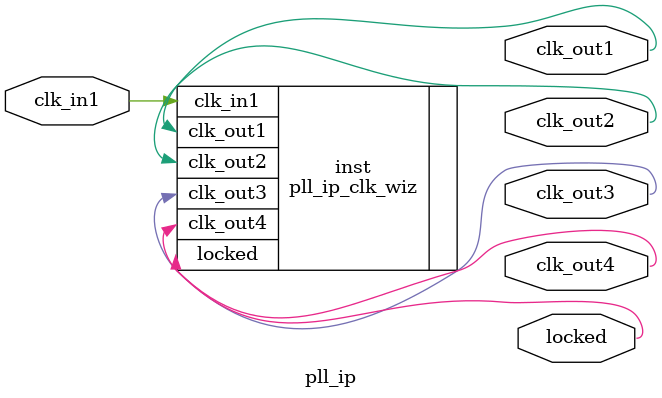
<source format=v>


`timescale 1ps/1ps

(* CORE_GENERATION_INFO = "pll_ip,clk_wiz_v6_0_4_0_0,{component_name=pll_ip,use_phase_alignment=true,use_min_o_jitter=false,use_max_i_jitter=false,use_dyn_phase_shift=false,use_inclk_switchover=false,use_dyn_reconfig=false,enable_axi=0,feedback_source=FDBK_AUTO,PRIMITIVE=PLL,num_out_clk=4,clkin1_period=10.000,clkin2_period=10.000,use_power_down=false,use_reset=false,use_locked=true,use_inclk_stopped=false,feedback_type=SINGLE,CLOCK_MGR_TYPE=NA,manual_override=false}" *)

module pll_ip 
 (
  // Clock out ports
  output        clk_out1,
  output        clk_out2,
  output        clk_out3,
  output        clk_out4,
  // Status and control signals
  output        locked,
 // Clock in ports
  input         clk_in1
 );

  pll_ip_clk_wiz inst
  (
  // Clock out ports  
  .clk_out1(clk_out1),
  .clk_out2(clk_out2),
  .clk_out3(clk_out3),
  .clk_out4(clk_out4),
  // Status and control signals               
  .locked(locked),
 // Clock in ports
  .clk_in1(clk_in1)
  );

endmodule

</source>
